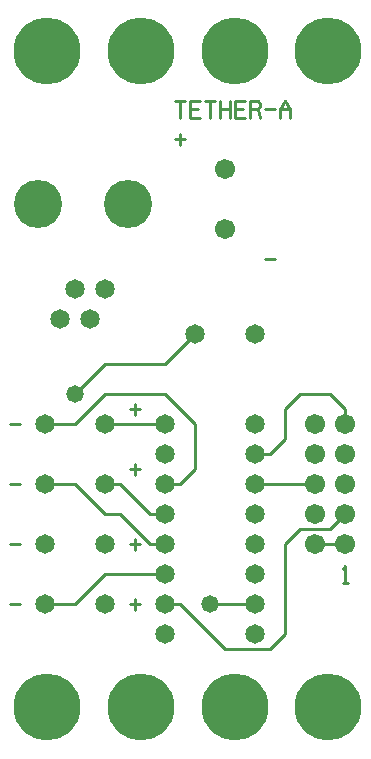
<source format=gtl>
%MOIN*%
%FSLAX25Y25*%
G04 D10 used for Character Trace; *
G04     Circle (OD=.01000) (No hole)*
G04 D11 used for Power Trace; *
G04     Circle (OD=.06700) (No hole)*
G04 D12 used for Signal Trace; *
G04     Circle (OD=.01100) (No hole)*
G04 D13 used for Via; *
G04     Circle (OD=.05800) (Round. Hole ID=.02800)*
G04 D14 used for Component hole; *
G04     Circle (OD=.06500) (Round. Hole ID=.03500)*
G04 D15 used for Component hole; *
G04     Circle (OD=.06700) (Round. Hole ID=.04300)*
G04 D16 used for Component hole; *
G04     Circle (OD=.08100) (Round. Hole ID=.05100)*
G04 D17 used for Component hole; *
G04     Circle (OD=.08900) (Round. Hole ID=.05900)*
G04 D18 used for Component hole; *
G04     Circle (OD=.11300) (Round. Hole ID=.08300)*
G04 D19 used for Component hole; *
G04     Circle (OD=.16000) (Round. Hole ID=.13000)*
G04 D20 used for Component hole; *
G04     Circle (OD=.18300) (Round. Hole ID=.15300)*
G04 D21 used for Component hole; *
G04     Circle (OD=.22291) (Round. Hole ID=.19291)*
%ADD10C,.01000*%
%ADD11C,.06700*%
%ADD12C,.01100*%
%ADD13C,.05800*%
%ADD14C,.06500*%
%ADD15C,.06700*%
%ADD16C,.08100*%
%ADD17C,.08900*%
%ADD18C,.11300*%
%ADD19C,.16000*%
%ADD20C,.18300*%
%ADD21C,.22291*%
%IPPOS*%
%LPD*%
G90*X0Y0D02*D21*X15625Y15625D03*X46875D03*D10*    
X43326Y50000D02*X46674D01*X45000Y51914D02*        
Y48086D01*D14*X35000Y50000D03*D12*X15000D02*      
X25000D01*D14*X15000D03*D12*X25000D02*            
X35000Y60000D01*X55000D01*D14*D03*D10*            
X43326Y70000D02*X46674D01*X45000Y71914D02*        
Y68086D01*D14*X55000Y70000D03*D12*X50000D01*      
X40000Y80000D01*X35000D01*X25000Y90000D01*        
X15000D01*D14*D03*D10*X3326D02*X6674D01*D14*      
X35000Y70000D03*Y110000D03*D12*X55000D01*D14*D03* 
D10*X43326Y115000D02*X46674D01*X45000Y116914D02*  
Y113086D01*D12*X65000Y95000D02*Y110000D01*        
X60000Y90000D02*X65000Y95000D01*X55000Y90000D02*  
X60000D01*D14*X55000D03*D10*X43326Y95000D02*      
X46674D01*X45000Y96914D02*Y93086D01*D12*          
X50000Y80000D02*X55000D01*D14*D03*D12*X50000D02*  
X40000Y90000D01*X35000D01*D14*D03*                
X15000Y110000D03*D12*X25000D01*X35000Y120000D01*  
X55000D01*X65000Y110000D01*D14*X55000Y100000D03*  
X85000Y90000D03*D12*X105000D01*D15*D03*           
X115000Y80000D03*D12*X110000Y75000D01*X100000D01* 
X95000Y70000D01*Y40000D01*X90000Y35000D01*        
X75000D01*X60000Y50000D01*X55000D01*D14*D03*      
Y40000D03*D13*X70000Y50000D03*D12*X85000D01*D14*  
D03*Y60000D03*Y40000D03*D15*X105000Y70000D03*D12* 
X115000D01*D15*D03*X105000Y80000D03*D10*          
X114163Y61914D02*X115000Y62871D01*Y57129D01*      
X114163D02*X115837D01*D15*X115000Y90000D03*D14*   
X85000Y100000D03*D12*X90000D01*X95000Y105000D01*  
Y115000D01*X100000Y120000D01*X110000D01*          
X115000Y115000D01*Y110000D01*D15*D03*             
X105000Y100000D03*Y110000D03*X115000Y100000D03*   
D14*X85000Y140000D03*Y80000D03*Y110000D03*        
Y70000D03*X65000Y140000D03*D12*X55000Y130000D01*  
X35000D01*X25000Y120000D01*D13*D03*D10*           
X3326Y110000D02*X6674D01*D14*X30000Y145000D03*    
X20000D03*X35000Y155000D03*X25000D03*D10*         
X3326Y70000D02*X6674D01*D14*X15000D03*D15*        
X75000Y175000D03*D19*X42500Y183500D03*X12500D03*  
D10*X88326Y165000D02*X91674D01*X3326Y50000D02*    
X6674D01*D15*X75000Y195000D03*D10*                
X58326Y205000D02*X61674D01*X60000Y206914D02*      
Y203086D01*Y212129D02*Y217871D01*X58326D02*       
X61674D01*X66674Y212129D02*X63326D01*Y217871D01*  
X66674D01*X63326Y215000D02*X65837D01*             
X70000Y212129D02*Y217871D01*X68326D02*X71674D01*  
X73326Y212129D02*Y217871D01*X76674Y212129D02*     
Y217871D01*X73326Y215000D02*X76674D01*            
X81674Y212129D02*X78326D01*Y217871D01*X81674D01*  
X78326Y215000D02*X80837D01*X83326Y212129D02*      
Y217871D01*X85837D01*X86674Y216914D01*Y215957D01* 
X85837Y215000D01*X83326D01*X85837D02*             
X86674Y212129D01*X88326Y215000D02*X91674D01*      
X93326Y212129D02*Y215000D01*X95000Y217871D01*     
X96674Y215000D01*Y212129D01*X93326Y215000D02*     
X96674D01*D21*X78125Y15625D03*X109375D03*         
Y234375D03*X78125D03*X46875D03*X15625D03*M02*     

</source>
